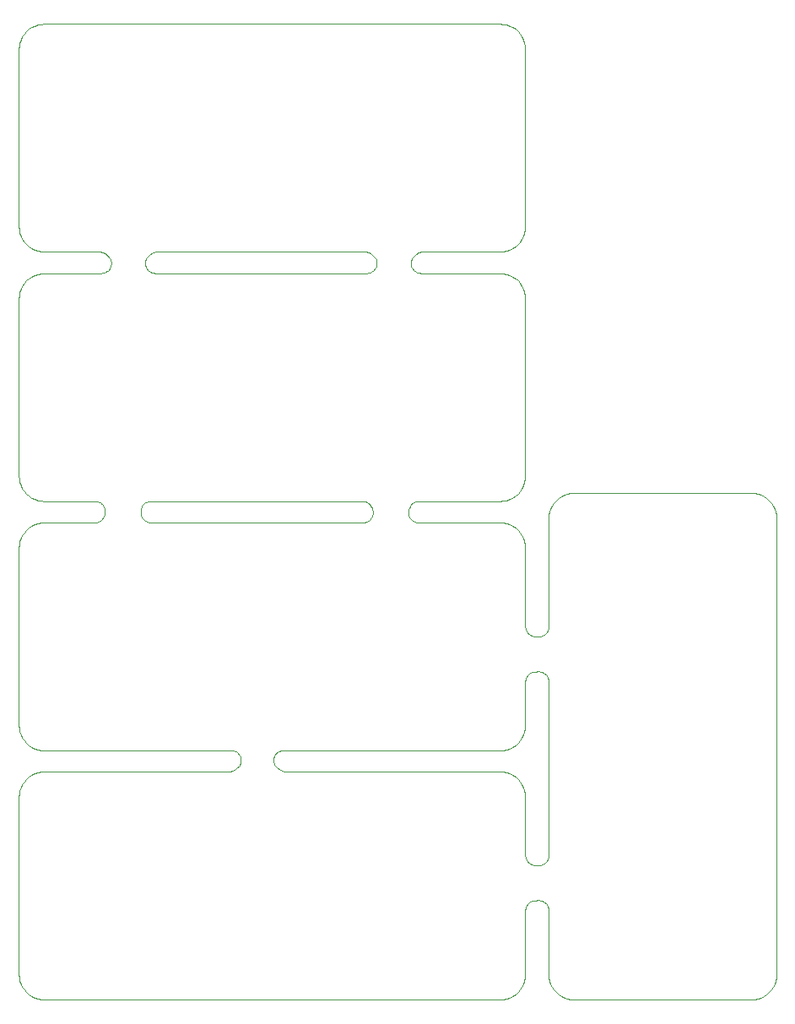
<source format=gko>
%MOIN*%
%OFA0B0*%
%FSLAX36Y36*%
%IPPOS*%
%LPD*%
%ADD10C,0*%
D10*
X000826092Y000900000D02*
X000826092Y000900000D01*
X000100000Y000900000D01*
X000086947Y000899144D01*
X000074117Y000896592D01*
X000061731Y000892388D01*
X000050000Y000886602D01*
X000039123Y000879335D01*
X000029288Y000870711D01*
X000020664Y000860876D01*
X000013397Y000849999D01*
X000007611Y000838268D01*
X000003407Y000825882D01*
X000000855Y000813052D01*
X000000000Y000799999D01*
X000000000Y000099999D01*
X000000855Y000086947D01*
X000003407Y000074118D01*
X000007611Y000061731D01*
X000013397Y000049999D01*
X000020664Y000039123D01*
X000029288Y000029289D01*
X000039123Y000020664D01*
X000050000Y000013397D01*
X000061731Y000007612D01*
X000074117Y000003407D01*
X000086947Y000000855D01*
X000100000Y000000000D01*
X001900000Y000000000D01*
X001913052Y000000855D01*
X001925881Y000003407D01*
X001938268Y000007612D01*
X001949999Y000013397D01*
X001960876Y000020664D01*
X001970710Y000029289D01*
X001979335Y000039123D01*
X001986602Y000049999D01*
X001992387Y000061731D01*
X001996592Y000074118D01*
X001999144Y000086947D01*
X001999999Y000099999D01*
X001999999Y000352298D01*
X002000116Y000355327D01*
X002000465Y000358338D01*
X002001045Y000361313D01*
X002001852Y000364235D01*
X002002882Y000367086D01*
X002004128Y000369849D01*
X002005582Y000372508D01*
X002007237Y000375048D01*
X002009083Y000377452D01*
X002011108Y000379708D01*
X002013300Y000381801D01*
X002015647Y000383719D01*
X002018135Y000385451D01*
X002020748Y000386986D01*
X002023472Y000388316D01*
X002026290Y000389432D01*
X002029185Y000390329D01*
X002032141Y000390999D01*
X002035140Y000391441D01*
X002038164Y000391650D01*
X002051550Y000392060D01*
X002054701Y000392031D01*
X002057840Y000391749D01*
X002060947Y000391217D01*
X002064001Y000390439D01*
X002066982Y000389418D01*
X002069873Y000388163D01*
X002072654Y000386680D01*
X002075307Y000384979D01*
X002077816Y000383072D01*
X002080165Y000380970D01*
X002082337Y000378688D01*
X002084321Y000376238D01*
X002086102Y000373638D01*
X002087669Y000370904D01*
X002089012Y000368053D01*
X002090123Y000365104D01*
X002090995Y000362075D01*
X002091622Y000358986D01*
X002091999Y000355858D01*
X002092126Y000352709D01*
X002092126Y000100000D01*
X002092981Y000086947D01*
X002095533Y000074117D01*
X002099737Y000061731D01*
X002105523Y000050000D01*
X002112790Y000039123D01*
X002121415Y000029288D01*
X002131249Y000020664D01*
X002142126Y000013397D01*
X002153857Y000007611D01*
X002166243Y000003407D01*
X002179073Y000000855D01*
X002192126Y000000000D01*
X002892126Y000000000D01*
X002905178Y000000855D01*
X002918007Y000003407D01*
X002930394Y000007611D01*
X002942126Y000013397D01*
X002953002Y000020664D01*
X002962836Y000029288D01*
X002971461Y000039123D01*
X002978728Y000050000D01*
X002984513Y000061731D01*
X002988718Y000074117D01*
X002991270Y000086947D01*
X002992125Y000100000D01*
X002992125Y001900000D01*
X002991270Y001913052D01*
X002988718Y001925881D01*
X002984513Y001938268D01*
X002978728Y001949999D01*
X002971461Y001960876D01*
X002962836Y001970710D01*
X002953002Y001979335D01*
X002942126Y001986602D01*
X002930394Y001992387D01*
X002918007Y001996592D01*
X002905178Y001999144D01*
X002892126Y001999999D01*
X002192126Y001999999D01*
X002179073Y001999144D01*
X002166243Y001996592D01*
X002153857Y001992387D01*
X002142126Y001986602D01*
X002131249Y001979335D01*
X002121415Y001970710D01*
X002112790Y001960876D01*
X002105523Y001949999D01*
X002099737Y001938268D01*
X002095533Y001925881D01*
X002092981Y001913052D01*
X002092126Y001900000D01*
X002092126Y001473301D01*
X002091999Y001470152D01*
X002091622Y001467023D01*
X002090995Y001463934D01*
X002090123Y001460906D01*
X002089012Y001457957D01*
X002087669Y001455106D01*
X002086102Y001452372D01*
X002084321Y001449771D01*
X002082337Y001447322D01*
X002080165Y001445039D01*
X002077816Y001442937D01*
X002075307Y001441030D01*
X002072654Y001439330D01*
X002069873Y001437847D01*
X002066982Y001436591D01*
X002064001Y001435571D01*
X002060947Y001434792D01*
X002057840Y001434261D01*
X002054701Y001433979D01*
X002051550Y001433949D01*
X002038164Y001434359D01*
X002035140Y001434569D01*
X002032141Y001435010D01*
X002029185Y001435681D01*
X002026290Y001436577D01*
X002023472Y001437693D01*
X002020748Y001439023D01*
X002018135Y001440559D01*
X002015647Y001442291D01*
X002013300Y001444209D01*
X002011108Y001446302D01*
X002009083Y001448557D01*
X002007237Y001450962D01*
X002005582Y001453501D01*
X002004128Y001456160D01*
X002002882Y001458924D01*
X002001852Y001461775D01*
X002001045Y001464696D01*
X002000465Y001467671D01*
X002000116Y001470682D01*
X001999999Y001473711D01*
X001999999Y001784251D01*
X001999144Y001797304D01*
X001996592Y001810134D01*
X001992387Y001822520D01*
X001986602Y001834251D01*
X001979335Y001845128D01*
X001970710Y001854962D01*
X001960876Y001863587D01*
X001949999Y001870854D01*
X001938268Y001876640D01*
X001925881Y001880844D01*
X001913052Y001883396D01*
X001900000Y001884251D01*
X001576421Y001884251D01*
X001572427Y001884455D01*
X001568474Y001885062D01*
X001564604Y001886067D01*
X001560855Y001887459D01*
X001557267Y001889225D01*
X001553876Y001891345D01*
X001550718Y001893799D01*
X001547826Y001896560D01*
X001545228Y001899601D01*
X001542952Y001902889D01*
X001541022Y001906391D01*
X001539456Y001910071D01*
X001538272Y001913891D01*
X001537482Y001917811D01*
X001537093Y001921791D01*
X001537111Y001925790D01*
X001537533Y001929766D01*
X001538357Y001933680D01*
X001539574Y001937489D01*
X001541171Y001941155D01*
X001543912Y001946667D01*
X001544939Y001948594D01*
X001546070Y001950461D01*
X001547303Y001952263D01*
X001548634Y001953994D01*
X001550059Y001955648D01*
X001551574Y001957220D01*
X001553173Y001958706D01*
X001554852Y001960101D01*
X001556606Y001961401D01*
X001558430Y001962602D01*
X001560317Y001963700D01*
X001562262Y001964691D01*
X001564259Y001965574D01*
X001566302Y001966344D01*
X001568384Y001966999D01*
X001570500Y001967539D01*
X001572642Y001967960D01*
X001574804Y001968262D01*
X001576980Y001968443D01*
X001579163Y001968504D01*
X001900000Y001968504D01*
X001913052Y001969359D01*
X001925881Y001971911D01*
X001938268Y001976116D01*
X001949999Y001981901D01*
X001960876Y001989168D01*
X001970710Y001997793D01*
X001979335Y002007627D01*
X001986602Y002018503D01*
X001992387Y002030235D01*
X001996592Y002042622D01*
X001999144Y002055451D01*
X001999999Y002068503D01*
X001999999Y002768503D01*
X001999144Y002781556D01*
X001996592Y002794386D01*
X001992387Y002806772D01*
X001986602Y002818503D01*
X001979335Y002829380D01*
X001970710Y002839214D01*
X001960876Y002847839D01*
X001949999Y002855106D01*
X001938268Y002860892D01*
X001925881Y002865096D01*
X001913052Y002867648D01*
X001900000Y002868503D01*
X001587089Y002868503D01*
X001582303Y002868795D01*
X001577588Y002869667D01*
X001573014Y002871105D01*
X001568649Y002873089D01*
X001564558Y002875588D01*
X001560800Y002878566D01*
X001557433Y002881979D01*
X001554505Y002885776D01*
X001552060Y002889901D01*
X001550135Y002894292D01*
X001548759Y002898884D01*
X001547950Y002903610D01*
X001547722Y002908399D01*
X001548078Y002913181D01*
X001549012Y002917883D01*
X001550512Y002922438D01*
X001552553Y002926776D01*
X001555107Y002930834D01*
X001558135Y002934551D01*
X001561593Y002937873D01*
X001568078Y002943385D01*
X001569150Y002944264D01*
X001570253Y002945105D01*
X001571384Y002945906D01*
X001572543Y002946668D01*
X001573728Y002947388D01*
X001574938Y002948065D01*
X001576171Y002948700D01*
X001577425Y002949291D01*
X001578699Y002949837D01*
X001579992Y002950339D01*
X001581302Y002950794D01*
X001582627Y002951203D01*
X001583965Y002951565D01*
X001585316Y002951880D01*
X001586676Y002952147D01*
X001588046Y002952365D01*
X001589422Y002952536D01*
X001590803Y002952658D01*
X001592188Y002952731D01*
X001593574Y002952755D01*
X001900000Y002952755D01*
X001913052Y002953611D01*
X001925881Y002956163D01*
X001938268Y002960368D01*
X001949999Y002966153D01*
X001960876Y002973420D01*
X001970710Y002982045D01*
X001979335Y002991879D01*
X001986602Y003002755D01*
X001992387Y003014487D01*
X001996592Y003026874D01*
X001999144Y003039703D01*
X001999999Y003052755D01*
X001999999Y003752755D01*
X001999144Y003765808D01*
X001996592Y003778638D01*
X001992387Y003791024D01*
X001986602Y003802755D01*
X001979335Y003813632D01*
X001970710Y003823466D01*
X001960876Y003832091D01*
X001949999Y003839358D01*
X001938268Y003845144D01*
X001925881Y003849348D01*
X001913052Y003851900D01*
X001900000Y003852755D01*
X000100000Y003852755D01*
X000086947Y003851900D01*
X000074117Y003849348D01*
X000061731Y003845144D01*
X000050000Y003839358D01*
X000039123Y003832091D01*
X000029288Y003823466D01*
X000020664Y003813632D01*
X000013397Y003802755D01*
X000007611Y003791024D01*
X000003407Y003778638D01*
X000000855Y003765808D01*
X000000000Y003752755D01*
X000000000Y003052755D01*
X000000855Y003039703D01*
X000003407Y003026874D01*
X000007611Y003014487D01*
X000013397Y003002755D01*
X000020664Y002991879D01*
X000029288Y002982045D01*
X000039123Y002973420D01*
X000050000Y002966153D01*
X000061731Y002960368D01*
X000074117Y002956163D01*
X000086947Y002953611D01*
X000100000Y002952755D01*
X000318074Y002952755D01*
X000319461Y002952731D01*
X000320845Y002952658D01*
X000322226Y002952536D01*
X000323603Y002952365D01*
X000324972Y002952147D01*
X000326332Y002951880D01*
X000327683Y002951565D01*
X000329021Y002951203D01*
X000330346Y002950794D01*
X000331656Y002950339D01*
X000332949Y002949837D01*
X000334223Y002949291D01*
X000335478Y002948700D01*
X000336710Y002948065D01*
X000337920Y002947388D01*
X000339105Y002946668D01*
X000340264Y002945906D01*
X000341396Y002945105D01*
X000342498Y002944264D01*
X000343570Y002943385D01*
X000350056Y002937873D01*
X000353513Y002934551D01*
X000356541Y002930834D01*
X000359095Y002926776D01*
X000361137Y002922438D01*
X000362636Y002917883D01*
X000363570Y002913181D01*
X000363926Y002908399D01*
X000363698Y002903610D01*
X000362890Y002898884D01*
X000361513Y002894292D01*
X000359588Y002889901D01*
X000357143Y002885776D01*
X000354216Y002881979D01*
X000350848Y002878566D01*
X000347091Y002875588D01*
X000342999Y002873089D01*
X000338634Y002871105D01*
X000334060Y002869667D01*
X000329345Y002868795D01*
X000324560Y002868503D01*
X000100000Y002868503D01*
X000086947Y002867648D01*
X000074117Y002865096D01*
X000061731Y002860892D01*
X000050000Y002855106D01*
X000039123Y002847839D01*
X000029288Y002839214D01*
X000020664Y002829380D01*
X000013397Y002818503D01*
X000007611Y002806772D01*
X000003407Y002794386D01*
X000000855Y002781556D01*
X000000000Y002768503D01*
X000000000Y002068503D01*
X000000855Y002055451D01*
X000003407Y002042622D01*
X000007611Y002030235D01*
X000013397Y002018503D01*
X000020664Y002007627D01*
X000029288Y001997793D01*
X000039123Y001989168D01*
X000050000Y001981901D01*
X000061731Y001976116D01*
X000074117Y001971911D01*
X000086947Y001969359D01*
X000100000Y001968504D01*
X000299801Y001968504D01*
X000303078Y001968367D01*
X000306332Y001967958D01*
X000309541Y001967280D01*
X000312682Y001966337D01*
X000315734Y001965136D01*
X000318675Y001963684D01*
X000321486Y001961994D01*
X000324145Y001960075D01*
X000326636Y001957941D01*
X000328941Y001955608D01*
X000331043Y001953091D01*
X000332929Y001950407D01*
X000334585Y001947576D01*
X000335999Y001944617D01*
X000337162Y001941551D01*
X000338066Y001938398D01*
X000338704Y001935181D01*
X000339073Y001931922D01*
X000339169Y001928644D01*
X000338991Y001925369D01*
X000338462Y001919857D01*
X000338078Y001916979D01*
X000337483Y001914138D01*
X000336680Y001911348D01*
X000335674Y001908625D01*
X000334470Y001905984D01*
X000333075Y001903438D01*
X000331496Y001901002D01*
X000329742Y001898689D01*
X000327822Y001896512D01*
X000325746Y001894482D01*
X000323527Y001892611D01*
X000321176Y001890908D01*
X000318706Y001889383D01*
X000316131Y001888044D01*
X000313463Y001886898D01*
X000310719Y001885952D01*
X000307912Y001885211D01*
X000305058Y001884679D01*
X000302173Y001884359D01*
X000299272Y001884251D01*
X000100000Y001884251D01*
X000086947Y001883396D01*
X000074117Y001880844D01*
X000061731Y001876640D01*
X000050000Y001870854D01*
X000039123Y001863587D01*
X000029288Y001854962D01*
X000020664Y001845128D01*
X000013397Y001834251D01*
X000007611Y001822520D01*
X000003407Y001810134D01*
X000000855Y001797304D01*
X000000000Y001784251D01*
X000000000Y001084251D01*
X000000855Y001071199D01*
X000003407Y001058370D01*
X000007611Y001045983D01*
X000013397Y001034251D01*
X000020664Y001023375D01*
X000029288Y001013541D01*
X000039123Y001004916D01*
X000050000Y000997649D01*
X000061731Y000991864D01*
X000074117Y000987659D01*
X000086947Y000985107D01*
X000100000Y000984252D01*
X000836987Y000984252D01*
X000842234Y000983900D01*
X000847387Y000982853D01*
X000852354Y000981129D01*
X000857048Y000978757D01*
X000861383Y000975782D01*
X000865284Y000972255D01*
X000868679Y000968240D01*
X000871509Y000963808D01*
X000873724Y000959039D01*
X000875283Y000954017D01*
X000876159Y000948832D01*
X000876336Y000943577D01*
X000875811Y000938345D01*
X000874593Y000933229D01*
X000872705Y000928322D01*
X000870180Y000923709D01*
X000867062Y000919475D01*
X000863408Y000915693D01*
X000859283Y000912433D01*
X000854760Y000909751D01*
X000843865Y000904239D01*
X000843037Y000903833D01*
X000842200Y000903446D01*
X000841355Y000903078D01*
X000840501Y000902731D01*
X000839639Y000902404D01*
X000838770Y000902096D01*
X000837893Y000901810D01*
X000837011Y000901544D01*
X000836122Y000901299D01*
X000835228Y000901074D01*
X000834328Y000900871D01*
X000833425Y000900688D01*
X000832517Y000900527D01*
X000831606Y000900388D01*
X000830691Y000900269D01*
X000829775Y000900172D01*
X000828856Y000900097D01*
X000827935Y000900043D01*
X000827014Y000900010D01*
X000826092Y000900000D01*
X000520481Y001884251D02*
X000520481Y001884251D01*
X000517580Y001884359D01*
X000514695Y001884679D01*
X000511841Y001885211D01*
X000509034Y001885952D01*
X000506290Y001886898D01*
X000503623Y001888044D01*
X000501047Y001889383D01*
X000498577Y001890908D01*
X000496226Y001892611D01*
X000494007Y001894482D01*
X000491932Y001896512D01*
X000490012Y001898689D01*
X000488257Y001901002D01*
X000486678Y001903438D01*
X000485283Y001905984D01*
X000484079Y001908625D01*
X000483073Y001911348D01*
X000482270Y001914138D01*
X000481675Y001916979D01*
X000481291Y001919857D01*
X000480762Y001925369D01*
X000480585Y001928644D01*
X000480680Y001931922D01*
X000481049Y001935181D01*
X000481687Y001938398D01*
X000482591Y001941551D01*
X000483754Y001944617D01*
X000485168Y001947576D01*
X000486824Y001950407D01*
X000488710Y001953091D01*
X000490812Y001955608D01*
X000493117Y001957941D01*
X000495608Y001960075D01*
X000498267Y001961994D01*
X000501078Y001963684D01*
X000504019Y001965136D01*
X000507071Y001966337D01*
X000510212Y001967280D01*
X000513421Y001967958D01*
X000516675Y001968367D01*
X000519952Y001968504D01*
X001355870Y001968504D01*
X001358052Y001968443D01*
X001360228Y001968262D01*
X001362390Y001967960D01*
X001364533Y001967539D01*
X001366648Y001966999D01*
X001368731Y001966344D01*
X001370773Y001965574D01*
X001372771Y001964691D01*
X001374716Y001963700D01*
X001376603Y001962602D01*
X001378426Y001961401D01*
X001380180Y001960101D01*
X001381859Y001958706D01*
X001383459Y001957220D01*
X001384973Y001955648D01*
X001386398Y001953994D01*
X001387729Y001952263D01*
X001388963Y001950461D01*
X001390094Y001948594D01*
X001391120Y001946667D01*
X001393862Y001941155D01*
X001395459Y001937489D01*
X001396675Y001933680D01*
X001397499Y001929766D01*
X001397922Y001925790D01*
X001397939Y001921791D01*
X001397551Y001917811D01*
X001396760Y001913891D01*
X001395576Y001910071D01*
X001394011Y001906391D01*
X001392080Y001902889D01*
X001389804Y001899601D01*
X001387207Y001896560D01*
X001384314Y001893799D01*
X001381156Y001891345D01*
X001377766Y001889225D01*
X001374178Y001887459D01*
X001370429Y001886067D01*
X001366558Y001885062D01*
X001362605Y001884455D01*
X001358612Y001884251D01*
X000520481Y001884251D01*
X000538013Y002868503D02*
X000538013Y002868503D01*
X000533227Y002868795D01*
X000528512Y002869667D01*
X000523939Y002871105D01*
X000519574Y002873089D01*
X000515482Y002875588D01*
X000511725Y002878566D01*
X000508357Y002881979D01*
X000505429Y002885776D01*
X000502985Y002889901D01*
X000501060Y002894292D01*
X000499683Y002898884D01*
X000498874Y002903610D01*
X000498646Y002908399D01*
X000499002Y002913181D01*
X000499937Y002917883D01*
X000501436Y002922438D01*
X000503477Y002926776D01*
X000506031Y002930834D01*
X000509059Y002934551D01*
X000512517Y002937873D01*
X000519002Y002943385D01*
X000520074Y002944264D01*
X000521177Y002945105D01*
X000522308Y002945906D01*
X000523467Y002946668D01*
X000524652Y002947388D01*
X000525862Y002948065D01*
X000527095Y002948700D01*
X000528349Y002949291D01*
X000529624Y002949837D01*
X000530916Y002950339D01*
X000532226Y002950794D01*
X000533551Y002951203D01*
X000534890Y002951565D01*
X000536240Y002951880D01*
X000537601Y002952147D01*
X000538970Y002952365D01*
X000540346Y002952536D01*
X000541727Y002952658D01*
X000543112Y002952731D01*
X000544498Y002952755D01*
X001367150Y002952755D01*
X001368536Y002952731D01*
X001369921Y002952658D01*
X001371302Y002952536D01*
X001372678Y002952365D01*
X001374048Y002952147D01*
X001375408Y002951880D01*
X001376759Y002951565D01*
X001378097Y002951203D01*
X001379422Y002950794D01*
X001380732Y002950339D01*
X001382025Y002949837D01*
X001383299Y002949291D01*
X001384553Y002948700D01*
X001385786Y002948065D01*
X001386996Y002947388D01*
X001388181Y002946668D01*
X001389340Y002945906D01*
X001390471Y002945105D01*
X001391574Y002944264D01*
X001392646Y002943385D01*
X001399131Y002937873D01*
X001402589Y002934551D01*
X001405617Y002930834D01*
X001408171Y002926776D01*
X001410213Y002922438D01*
X001411712Y002917883D01*
X001412646Y002913181D01*
X001413002Y002908399D01*
X001412774Y002903610D01*
X001411965Y002898884D01*
X001410589Y002894292D01*
X001408664Y002889901D01*
X001406219Y002885776D01*
X001403291Y002881979D01*
X001399924Y002878566D01*
X001396166Y002875588D01*
X001392075Y002873089D01*
X001387710Y002871105D01*
X001383136Y002869667D01*
X001378421Y002868795D01*
X001373635Y002868503D01*
X000538013Y002868503D01*
X002092126Y000569811D02*
X002092126Y000569811D01*
X002091999Y000566662D01*
X002091622Y000563533D01*
X002090995Y000560445D01*
X002090123Y000557416D01*
X002089012Y000554467D01*
X002087669Y000551616D01*
X002086102Y000548882D01*
X002084321Y000546282D01*
X002082337Y000543832D01*
X002080165Y000541549D01*
X002077816Y000539447D01*
X002075307Y000537540D01*
X002072654Y000535840D01*
X002069873Y000534357D01*
X002066982Y000533102D01*
X002064001Y000532081D01*
X002060947Y000531303D01*
X002057840Y000530771D01*
X002054701Y000530489D01*
X002051550Y000530460D01*
X002038164Y000530870D01*
X002035140Y000531079D01*
X002032141Y000531520D01*
X002029185Y000532191D01*
X002026290Y000533087D01*
X002023472Y000534204D01*
X002020748Y000535533D01*
X002018135Y000537069D01*
X002015647Y000538801D01*
X002013300Y000540719D01*
X002011108Y000542812D01*
X002009083Y000545067D01*
X002007237Y000547472D01*
X002005582Y000550011D01*
X002004128Y000552671D01*
X002002882Y000555434D01*
X002001852Y000558285D01*
X002001045Y000561206D01*
X002000465Y000564182D01*
X002000116Y000567192D01*
X001999999Y000570221D01*
X001999999Y000799999D01*
X001999144Y000813052D01*
X001996592Y000825882D01*
X001992387Y000838268D01*
X001986602Y000849999D01*
X001979335Y000860876D01*
X001970710Y000870711D01*
X001960876Y000879335D01*
X001949999Y000886602D01*
X001938268Y000892388D01*
X001925881Y000896592D01*
X001913052Y000899144D01*
X001900000Y000900000D01*
X001055583Y000900000D01*
X001054661Y000900010D01*
X001053739Y000900043D01*
X001052819Y000900097D01*
X001051900Y000900172D01*
X001050983Y000900269D01*
X001050069Y000900388D01*
X001049158Y000900527D01*
X001048250Y000900688D01*
X001047346Y000900871D01*
X001046447Y000901074D01*
X001045553Y000901299D01*
X001044664Y000901544D01*
X001043781Y000901810D01*
X001042905Y000902096D01*
X001042036Y000902404D01*
X001041174Y000902731D01*
X001040320Y000903078D01*
X001039474Y000903446D01*
X001038638Y000903833D01*
X001037810Y000904239D01*
X001026915Y000909751D01*
X001022392Y000912433D01*
X001018267Y000915693D01*
X001014612Y000919475D01*
X001011495Y000923709D01*
X001008969Y000928322D01*
X001007081Y000933229D01*
X001005864Y000938345D01*
X001005339Y000943577D01*
X001005516Y000948832D01*
X001006392Y000954017D01*
X001007951Y000959039D01*
X001010165Y000963808D01*
X001012996Y000968240D01*
X001016391Y000972255D01*
X001020291Y000975782D01*
X001024627Y000978757D01*
X001029320Y000981129D01*
X001034288Y000982853D01*
X001039441Y000983900D01*
X001044687Y000984252D01*
X001900000Y000984252D01*
X001913052Y000985107D01*
X001925881Y000987659D01*
X001938268Y000991864D01*
X001949999Y000997649D01*
X001960876Y001004916D01*
X001970710Y001013541D01*
X001979335Y001023375D01*
X001986602Y001034251D01*
X001992387Y001045983D01*
X001996592Y001058370D01*
X001999144Y001071199D01*
X001999999Y001084251D01*
X001999999Y001255788D01*
X002000116Y001258817D01*
X002000465Y001261828D01*
X002001045Y001264803D01*
X002001852Y001267725D01*
X002002882Y001270576D01*
X002004128Y001273339D01*
X002005582Y001275998D01*
X002007237Y001278537D01*
X002009083Y001280942D01*
X002011108Y001283198D01*
X002013300Y001285291D01*
X002015647Y001287209D01*
X002018135Y001288941D01*
X002020748Y001290476D01*
X002023472Y001291806D01*
X002026290Y001292922D01*
X002029185Y001293818D01*
X002032141Y001294489D01*
X002035140Y001294930D01*
X002038164Y001295140D01*
X002051550Y001295550D01*
X002054701Y001295520D01*
X002057840Y001295239D01*
X002060947Y001294707D01*
X002064001Y001293928D01*
X002066982Y001292908D01*
X002069873Y001291652D01*
X002072654Y001290170D01*
X002075307Y001288469D01*
X002077816Y001286562D01*
X002080165Y001284460D01*
X002082337Y001282177D01*
X002084321Y001279728D01*
X002086102Y001277128D01*
X002087669Y001274394D01*
X002089012Y001271543D01*
X002090123Y001268593D01*
X002090995Y001265565D01*
X002091622Y001262476D01*
X002091999Y001259347D01*
X002092126Y001256198D01*
X002092126Y000569811D01*
M02*
</source>
